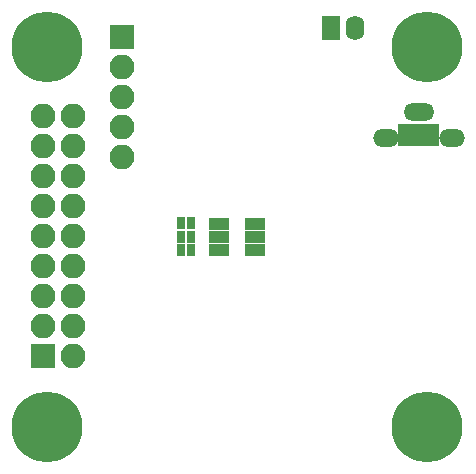
<source format=gbr>
G04 #@! TF.FileFunction,Soldermask,Bot*
%FSLAX46Y46*%
G04 Gerber Fmt 4.6, Leading zero omitted, Abs format (unit mm)*
G04 Created by KiCad (PCBNEW 4.0.7) date Tuesday, 19 '19e' June '19e' 2018, 11:22:24*
%MOMM*%
%LPD*%
G01*
G04 APERTURE LIST*
%ADD10C,0.100000*%
%ADD11C,6.000000*%
%ADD12R,1.700000X1.100000*%
%ADD13R,2.100000X2.100000*%
%ADD14O,2.100000X2.100000*%
%ADD15R,0.850000X1.900000*%
%ADD16O,2.200000X1.500000*%
%ADD17O,2.600000X1.500000*%
%ADD18R,1.600000X2.100000*%
%ADD19O,1.600000X2.100000*%
%ADD20R,0.800000X1.000000*%
G04 APERTURE END LIST*
D10*
D11*
X159900000Y-107800000D03*
X127700000Y-107800000D03*
X159900000Y-75600000D03*
D12*
X142250000Y-92800000D03*
X142250000Y-91700000D03*
X142250000Y-90600000D03*
X145350000Y-90600000D03*
X145350000Y-91700000D03*
X145350000Y-92800000D03*
D13*
X134100000Y-74720000D03*
D14*
X134100000Y-77260000D03*
X134100000Y-79800000D03*
X134100000Y-82340000D03*
X134100000Y-84880000D03*
D15*
X159200000Y-83025000D03*
X159850000Y-83025000D03*
X158550000Y-83025000D03*
X160500000Y-83025000D03*
X157900000Y-83025000D03*
D16*
X156400000Y-83275000D03*
X162000000Y-83275000D03*
D17*
X159200000Y-81125000D03*
D18*
X151790000Y-73990000D03*
D19*
X153790000Y-73990000D03*
D13*
X127375000Y-101785000D03*
D14*
X129915000Y-101785000D03*
X127375000Y-99245000D03*
X129915000Y-99245000D03*
X127375000Y-96705000D03*
X129915000Y-96705000D03*
X127375000Y-94165000D03*
X129915000Y-94165000D03*
X127375000Y-91625000D03*
X129915000Y-91625000D03*
X127375000Y-89085000D03*
X129915000Y-89085000D03*
X127375000Y-86545000D03*
X129915000Y-86545000D03*
X127375000Y-84005000D03*
X129915000Y-84005000D03*
X127375000Y-81465000D03*
X129915000Y-81465000D03*
D20*
X139050000Y-90500000D03*
X139950000Y-90500000D03*
X139050000Y-91700000D03*
X139950000Y-91700000D03*
X139050000Y-92800000D03*
X139950000Y-92800000D03*
D11*
X127700000Y-75600000D03*
M02*

</source>
